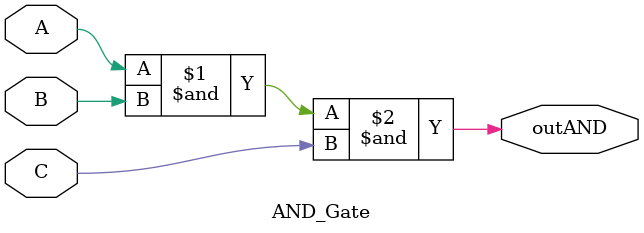
<source format=sv>
`timescale 1ns / 1ps


module AND_Gate(
    input A,
    input B,
    input C,
    output logic outAND
    );

    assign outAND = A & B & C;
endmodule

</source>
